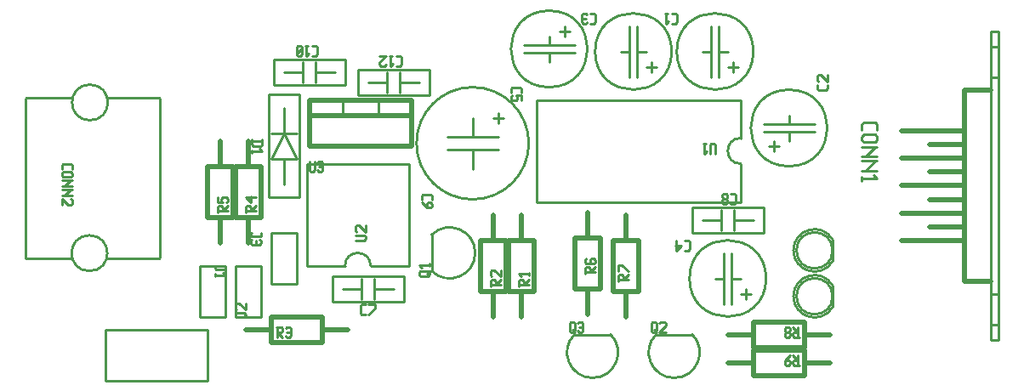
<source format=gbr>
G04 start of page 8 for group -4079 idx -4079
G04 Title: (unknown), topsilk *
G04 Creator: pcb 20080202 *
G04 CreationDate: Mi 16 Sep 2009 19:53:06 GMT UTC *
G04 For: stettberger *
G04 Format: Gerber/RS-274X *
G04 PCB-Dimensions: 382677 150394 *
G04 PCB-Coordinate-Origin: lower left *
%MOIN*%
%FSLAX24Y24*%
%LNFRONTSILK*%
%ADD12C,0.0200*%
%ADD13C,0.0100*%
G54D13*X16000Y6139D02*Y4739D01*
X15992Y4732D02*G75*G03X15992Y6146I707J707D01*G01*
X13900Y11439D02*Y10839D01*
X12500Y11439D02*Y10839D01*
G54D12*X15200Y9639D02*X11200D01*
Y11439D02*X15200D01*
Y10839D02*X11200D01*
X15200Y11439D02*Y9639D01*
X11200D02*Y11439D01*
G54D13*X11100Y4939D02*X12600D01*
X13600D02*X15100D01*
X11100Y8939D02*Y4939D01*
Y8939D02*X15100D01*
Y4939D01*
X13600D02*G75*G03X12600Y4939I-500J0D01*G01*
X13750Y4039D02*X14500D01*
X13750Y4439D02*Y3639D01*
X13250Y4439D02*Y3639D01*
X12500Y4039D02*X13250D01*
X12100Y4539D02*Y3539D01*
X14900D01*
Y4539D02*Y3539D01*
X12100Y4539D02*X14900D01*
X7200Y2439D02*Y439D01*
X3200Y2439D02*Y439D01*
X7200D01*
X3200Y2439D02*X7200D01*
G54D12*X11700D02*X12700D01*
X8700D02*X9700D01*
Y2939D02*Y1939D01*
X11700D01*
Y2939D02*Y1939D01*
X9700Y2939D02*X11700D01*
G54D13*X13500Y12139D02*X14250D01*
Y12539D02*Y11739D01*
X14750Y12539D02*Y11739D01*
Y12139D02*X15500D01*
X15900Y12639D02*Y11639D01*
X13100Y12639D02*X15900D01*
X13100D02*Y11639D01*
X15900D01*
X10200Y12539D02*X10950D01*
Y12939D02*Y12139D01*
X11450Y12939D02*Y12139D01*
Y12539D02*X12200D01*
X12600Y13039D02*Y12039D01*
X9800Y13039D02*X12600D01*
X9800D02*Y12039D01*
X12600D01*
G54D12*X7700Y9839D02*Y8839D01*
Y6839D02*Y5839D01*
X7200Y6839D02*X8200D01*
Y8839D02*Y6839D01*
X7200Y8839D02*X8200D01*
X7200D02*Y6839D01*
G54D13*X10800Y11669D02*Y7609D01*
X9600D02*X10800D01*
X9600Y11669D02*Y7609D01*
Y11669D02*X10800D01*
X9700Y10139D02*X10700D01*
X9700Y9139D02*X10200Y10139D01*
X9700Y9139D02*X10700D01*
X10200Y10139D02*X10700Y9139D01*
X10200D02*Y8139D01*
Y11139D02*Y10139D01*
G54D12*X8800Y9839D02*Y8839D01*
Y6839D02*Y5839D01*
X8300Y6839D02*X9300D01*
Y8839D02*Y6839D01*
X8300Y8839D02*X9300D01*
X8300D02*Y6839D01*
G54D13*Y2939D02*X9300D01*
X8300Y4939D02*X9300D01*
X8300D02*Y2939D01*
X9300Y4939D02*Y2939D01*
X9700Y4239D02*X10700D01*
X9700Y6239D02*X10700D01*
X9700D02*Y4239D01*
X10700Y6239D02*Y4239D01*
X5326Y11529D02*X5350Y11505D01*
Y5253D01*
X82Y11505D02*Y5253D01*
Y11505D02*X106Y11529D01*
X1882D01*
X3282D02*X5326D01*
X82Y5229D02*X1882D01*
X3282D02*X5326D01*
X5350Y5253D01*
X2600Y12039D02*G75*G03X2600Y12039I0J-700D01*G01*
X2582Y6129D02*G75*G03X2582Y6129I0J-700D01*G01*
X18400Y10739D02*X18800D01*
X18600Y10939D02*Y10539D01*
X17600Y9489D02*Y8739D01*
X16600Y9489D02*X18600D01*
X16600Y9989D02*X18600D01*
X17600Y10739D02*Y9989D01*
Y11939D02*G75*G03X17600Y11939I0J-2200D01*G01*
X6900Y4939D02*X7900D01*
X6900Y2939D02*X7900D01*
Y4939D02*Y2939D01*
X6900Y4939D02*Y2939D01*
G54D12*X28600Y639D02*X30600D01*
X28600Y1639D02*Y639D01*
Y1639D02*X30600D01*
Y639D01*
Y1139D02*X31600D01*
X27600D02*X28600D01*
G54D13*X24800Y2239D02*X26200D01*
X24792Y2246D02*G75*G03X26207Y2246I707J-707D01*G01*
G54D12*X28600Y1739D02*X30600D01*
X28600Y2739D02*Y1739D01*
Y2739D02*X30600D01*
Y1739D01*
Y2239D02*X31600D01*
X27600D02*X28600D01*
X18400Y6939D02*Y5939D01*
Y3939D02*Y2939D01*
X17900Y3939D02*X18900D01*
Y5939D02*Y3939D01*
X17900Y5939D02*X18900D01*
X17900D02*Y3939D01*
X21600Y6039D02*Y4039D01*
Y6039D02*X22600D01*
Y4039D01*
X21600D02*X22600D01*
X22100D02*Y3039D01*
Y7039D02*Y6039D01*
G54D13*X21600Y2239D02*X23000D01*
X21592Y2246D02*G75*G03X23007Y2246I707J-707D01*G01*
G54D12*X23100Y5939D02*Y3939D01*
Y5939D02*X24100D01*
Y3939D01*
X23100D02*X24100D01*
X23600D02*Y2939D01*
Y6939D02*Y5939D01*
X19500Y6939D02*Y5939D01*
Y3939D02*Y2939D01*
X19000Y3939D02*X20000D01*
Y5939D02*Y3939D01*
X19000Y5939D02*X20000D01*
X19000D02*Y3939D01*
G54D13*X24600Y12939D02*Y12539D01*
X24400Y12739D02*X24800D01*
X23400Y13339D02*X23750D01*
Y14339D02*Y12339D01*
X24050Y14339D02*Y12339D01*
Y13339D02*X24400D01*
X25400D02*G75*G03X25400Y13339I-1500J0D01*G01*
X21000Y14139D02*X21400D01*
X21200Y14339D02*Y13939D01*
X20600Y13289D02*Y12939D01*
X19600Y13289D02*X21600D01*
X19600Y13589D02*X21600D01*
X20600Y13939D02*Y13589D01*
Y14939D02*G75*G03X20600Y14939I0J-1500D01*G01*
X27800Y12939D02*Y12539D01*
X27600Y12739D02*X28000D01*
X26600Y13339D02*X26950D01*
Y14339D02*Y12339D01*
X27250Y14339D02*Y12339D01*
Y13339D02*X27600D01*
X28600D02*G75*G03X28600Y13339I-1500J0D01*G01*
X37910Y2019D02*X38210D01*
X37910Y14139D02*Y2019D01*
Y14139D02*X38210D01*
Y2019D01*
X37910Y2619D02*X38210D01*
X37910Y3819D02*X38210D01*
X37910Y13539D02*X38210D01*
X37910Y12339D02*X38210D01*
G54D12*X36860Y4319D02*X37910D01*
X36860Y11839D02*Y4319D01*
Y11839D02*X37910D01*
G54D13*Y4319D01*
G54D12*X34400Y10239D02*X36860D01*
X34400Y9159D02*X36860D01*
X34400Y8079D02*X36860D01*
X34400Y6999D02*X36860D01*
X34400Y5919D02*X36860D01*
X35520Y9699D02*X36860D01*
X35520Y8619D02*X36860D01*
X35520Y7539D02*X36860D01*
X35520Y6459D02*X36860D01*
G54D13*X28100Y8939D02*Y7439D01*
Y11439D02*Y9939D01*
X20100Y7439D02*X28100D01*
X20100Y11439D02*Y7439D01*
Y11439D02*X28100D01*
Y9939D02*G75*G03X28100Y8939I0J-500D01*G01*
X29200Y9639D02*X29600D01*
X29400Y9839D02*Y9439D01*
X30000Y10839D02*Y10489D01*
X29000D02*X31000D01*
X29000Y10189D02*X31000D01*
X30000D02*Y9839D01*
Y8839D02*G75*G03X30000Y8839I0J1500D01*G01*
X26600Y6739D02*X27350D01*
Y7139D02*Y6339D01*
X27850Y7139D02*Y6339D01*
Y6739D02*X28600D01*
X29000Y7239D02*Y6239D01*
X26200Y7239D02*X29000D01*
X26200D02*Y6239D01*
X29000D01*
X31720Y4147D02*Y3331D01*
X31708Y3739D02*G75*G03X31708Y3739I-708J0D01*G01*
X31717Y4153D02*G75*G03X31717Y3325I-717J-414D01*G01*
X28300Y4039D02*Y3639D01*
X28100Y3839D02*X28500D01*
X27100Y4439D02*X27450D01*
Y5439D02*Y3439D01*
X27750Y5439D02*Y3439D01*
Y4439D02*X28100D01*
X29100D02*G75*G03X29100Y4439I-1500J0D01*G01*
X31720Y5947D02*Y5131D01*
X31708Y5539D02*G75*G03X31708Y5539I-708J0D01*G01*
X31717Y5953D02*G75*G03X31717Y5125I-717J-414D01*G01*
X15550Y4539D02*X15850D01*
X15550D02*X15500Y4589D01*
Y4689D02*Y4589D01*
Y4689D02*X15550Y4739D01*
X15850D01*
X15900Y4689D02*X15850Y4739D01*
X15900Y4689D02*Y4589D01*
X15850Y4539D02*X15900Y4589D01*
X15800Y4639D02*X15900Y4739D01*
Y5009D02*Y4909D01*
X15500Y4959D02*X15900D01*
X15600Y4859D02*X15500Y4959D01*
X13000Y5939D02*X13350D01*
X13400Y5989D01*
Y6089D02*Y5989D01*
Y6089D02*X13350Y6139D01*
X13000D02*X13350D01*
X13050Y6259D02*X13000Y6309D01*
Y6459D02*Y6309D01*
Y6459D02*X13050Y6509D01*
X13150D01*
X13400Y6259D02*X13150Y6509D01*
X13400D02*Y6259D01*
X9900Y2539D02*X10100D01*
X10150Y2489D01*
Y2389D01*
X10100Y2339D02*X10150Y2389D01*
X9950Y2339D02*X10100D01*
X9950Y2539D02*Y2139D01*
Y2339D02*X10150Y2139D01*
X10270Y2489D02*X10320Y2539D01*
X10420D01*
X10470Y2489D01*
Y2189D01*
X10420Y2139D02*X10470Y2189D01*
X10320Y2139D02*X10420D01*
X10270Y2189D02*X10320Y2139D01*
Y2339D02*X10470D01*
X14600Y13169D02*X14750D01*
X14800Y13119D02*X14750Y13169D01*
X14800Y13119D02*Y12819D01*
X14750Y12769D01*
X14600D02*X14750D01*
X14329Y13169D02*X14429D01*
X14379D02*Y12769D01*
X14479Y12869D02*X14379Y12769D01*
X14209Y12819D02*X14159Y12769D01*
X14009D02*X14159D01*
X14009D02*X13959Y12819D01*
Y12919D02*Y12819D01*
X14209Y13169D02*X13959Y12919D01*
Y13169D02*X14209D01*
X11300Y13569D02*X11450D01*
X11500Y13519D02*X11450Y13569D01*
X11500Y13519D02*Y13219D01*
X11450Y13169D01*
X11300D02*X11450D01*
X11029Y13569D02*X11129D01*
X11079D02*Y13169D01*
X11179Y13269D02*X11079Y13169D01*
X10909Y13519D02*X10859Y13569D01*
X10909Y13519D02*Y13219D01*
X10859Y13169D01*
X10759D02*X10859D01*
X10759D02*X10709Y13219D01*
Y13519D02*Y13219D01*
X10759Y13569D02*X10709Y13519D01*
X10759Y13569D02*X10859D01*
X10909Y13469D02*X10709Y13269D01*
X7600Y7239D02*Y7039D01*
Y7239D02*X7650Y7289D01*
X7750D01*
X7800Y7239D02*X7750Y7289D01*
X7800Y7239D02*Y7089D01*
X7600D02*X8000D01*
X7800D02*X8000Y7289D01*
X7600Y7609D02*Y7409D01*
X7800D01*
X7750Y7459D01*
Y7559D02*Y7459D01*
Y7559D02*X7800Y7609D01*
X7950D01*
X8000Y7559D02*X7950Y7609D01*
X8000Y7559D02*Y7459D01*
X7950Y7409D02*X8000Y7459D01*
X11200Y9039D02*Y8689D01*
X11250Y8639D01*
X11350D01*
X11400Y8689D01*
Y9039D02*Y8689D01*
X11520Y8989D02*X11570Y9039D01*
X11670D01*
X11720Y8989D01*
Y8689D01*
X11670Y8639D02*X11720Y8689D01*
X11570Y8639D02*X11670D01*
X11520Y8689D02*X11570Y8639D01*
Y8839D02*X11720D01*
X8950Y9839D02*X9350D01*
Y9689D02*X9300Y9639D01*
X9000D02*X9300D01*
X8950Y9689D02*X9000Y9639D01*
X8950Y9889D02*Y9689D01*
X9350Y9889D02*Y9689D01*
X8950Y9469D02*Y9369D01*
Y9419D02*X9350D01*
X9250Y9519D02*X9350Y9419D01*
X8700Y7239D02*Y7039D01*
Y7239D02*X8750Y7289D01*
X8850D01*
X8900Y7239D02*X8850Y7289D01*
X8900Y7239D02*Y7089D01*
X8700D02*X9100D01*
X8900D02*X9100Y7289D01*
X8900Y7409D02*X8700Y7609D01*
X8900Y7659D02*Y7409D01*
X8700Y7609D02*X9100D01*
X7900Y4939D02*Y4789D01*
X7550D02*X7900D01*
X7500Y4839D02*X7550Y4789D01*
X7500Y4889D02*Y4839D01*
X7550Y4939D02*X7500Y4889D01*
Y4619D02*Y4519D01*
Y4569D02*X7900D01*
X7800Y4669D02*X7900Y4569D01*
X9300Y6239D02*Y6089D01*
X8950D02*X9300D01*
X8900Y6139D02*X8950Y6089D01*
X8900Y6189D02*Y6139D01*
X8950Y6239D02*X8900Y6189D01*
X9250Y5969D02*X9300Y5919D01*
Y5819D01*
X9250Y5769D01*
X8950D02*X9250D01*
X8900Y5819D02*X8950Y5769D01*
X8900Y5919D02*Y5819D01*
X8950Y5969D02*X8900Y5919D01*
X9100D02*Y5769D01*
X15600Y7689D02*Y7539D01*
X15650Y7739D02*X15600Y7689D01*
X15650Y7739D02*X15950D01*
X16000Y7689D01*
Y7539D01*
X15600Y7419D02*X15800Y7219D01*
X15950D01*
X16000Y7269D02*X15950Y7219D01*
X16000Y7369D02*Y7269D01*
X15950Y7419D02*X16000Y7369D01*
X15850Y7419D02*X15950D01*
X15850D02*X15800Y7369D01*
Y7219D01*
X1500Y8889D02*Y8739D01*
X1550Y8939D02*X1500Y8889D01*
X1550Y8939D02*X1850D01*
X1900Y8889D01*
Y8739D01*
X1550Y8619D02*X1850D01*
X1900Y8569D01*
Y8469D01*
X1850Y8419D01*
X1550D02*X1850D01*
X1500Y8469D02*X1550Y8419D01*
X1500Y8569D02*Y8469D01*
X1550Y8619D02*X1500Y8569D01*
Y8299D02*X1900D01*
X1850D02*X1900D01*
X1850D02*X1600Y8049D01*
X1500D02*X1900D01*
X1500Y7929D02*X1900D01*
X1850D02*X1900D01*
X1850D02*X1600Y7679D01*
X1500D02*X1900D01*
X1850Y7559D02*X1900Y7509D01*
Y7359D01*
X1850Y7309D01*
X1750D02*X1850D01*
X1500Y7559D02*X1750Y7309D01*
X1500Y7559D02*Y7309D01*
X8300Y3089D02*Y2939D01*
Y3089D02*X8650D01*
X8700Y3039D02*X8650Y3089D01*
X8700Y3039D02*Y2989D01*
X8650Y2939D02*X8700Y2989D01*
X8350Y3209D02*X8300Y3259D01*
Y3409D02*Y3259D01*
Y3409D02*X8350Y3459D01*
X8450D01*
X8700Y3209D02*X8450Y3459D01*
X8700D02*Y3209D01*
X13250Y3009D02*X13400D01*
X13200Y3059D02*X13250Y3009D01*
X13200Y3359D02*Y3059D01*
Y3359D02*X13250Y3409D01*
X13400D01*
X13520Y3009D02*X13770Y3259D01*
Y3409D02*Y3259D01*
X13520Y3409D02*X13770D01*
X30200Y1039D02*X30400D01*
X30200D02*X30150Y1089D01*
Y1189D02*Y1089D01*
X30200Y1239D02*X30150Y1189D01*
X30200Y1239D02*X30350D01*
Y1439D02*Y1039D01*
Y1239D02*X30150Y1439D01*
X30029D02*X29829Y1239D01*
Y1089D01*
X29879Y1039D02*X29829Y1089D01*
X29879Y1039D02*X29979D01*
X30029Y1089D02*X29979Y1039D01*
X30029Y1189D02*Y1089D01*
Y1189D02*X29979Y1239D01*
X29829D02*X29979D01*
X27700Y7769D02*X27850D01*
X27900Y7719D02*X27850Y7769D01*
X27900Y7719D02*Y7419D01*
X27850Y7369D01*
X27700D02*X27850D01*
X27579Y7719D02*X27529Y7769D01*
X27579Y7719D02*Y7619D01*
X27529Y7569D01*
X27429D02*X27529D01*
X27429D02*X27379Y7619D01*
Y7719D02*Y7619D01*
X27429Y7769D02*X27379Y7719D01*
X27429Y7769D02*X27529D01*
X27579Y7519D02*X27529Y7569D01*
X27579Y7519D02*Y7419D01*
X27529Y7369D01*
X27429D02*X27529D01*
X27429D02*X27379Y7419D01*
Y7519D02*Y7419D01*
X27429Y7569D02*X27379Y7519D01*
X30200Y2139D02*X30400D01*
X30200D02*X30150Y2189D01*
Y2289D02*Y2189D01*
X30200Y2339D02*X30150Y2289D01*
X30200Y2339D02*X30350D01*
Y2539D02*Y2139D01*
Y2339D02*X30150Y2539D01*
X30029Y2489D02*X29979Y2539D01*
X30029Y2489D02*Y2389D01*
X29979Y2339D01*
X29879D02*X29979D01*
X29879D02*X29829Y2389D01*
Y2489D02*Y2389D01*
X29879Y2539D02*X29829Y2489D01*
X29879Y2539D02*X29979D01*
X30029Y2289D02*X29979Y2339D01*
X30029Y2289D02*Y2189D01*
X29979Y2139D01*
X29879D02*X29979D01*
X29879D02*X29829Y2189D01*
Y2289D02*Y2189D01*
X29879Y2339D02*X29829Y2289D01*
X18300Y4339D02*Y4139D01*
Y4339D02*X18350Y4389D01*
X18450D01*
X18500Y4339D02*X18450Y4389D01*
X18500Y4339D02*Y4189D01*
X18300D02*X18700D01*
X18500D02*X18700Y4389D01*
X18350Y4509D02*X18300Y4559D01*
Y4709D02*Y4559D01*
Y4709D02*X18350Y4759D01*
X18450D01*
X18700Y4509D02*X18450Y4759D01*
X18700D02*Y4509D01*
X19100Y11889D02*Y11739D01*
X19150Y11939D02*X19100Y11889D01*
X19150Y11939D02*X19450D01*
X19500Y11889D01*
Y11739D01*
Y11619D02*Y11419D01*
X19300Y11619D02*X19500D01*
X19300D02*X19350Y11569D01*
Y11469D01*
X19300Y11419D01*
X19150D02*X19300D01*
X19100Y11469D02*X19150Y11419D01*
X19100Y11569D02*Y11469D01*
X19150Y11619D02*X19100Y11569D01*
X19400Y4339D02*Y4139D01*
Y4339D02*X19450Y4389D01*
X19550D01*
X19600Y4339D02*X19550Y4389D01*
X19600Y4339D02*Y4189D01*
X19400D02*X19800D01*
X19600D02*X19800Y4389D01*
Y4659D02*Y4559D01*
X19400Y4609D02*X19800D01*
X19500Y4509D02*X19400Y4609D01*
X22000Y4839D02*Y4639D01*
Y4839D02*X22050Y4889D01*
X22150D01*
X22200Y4839D02*X22150Y4889D01*
X22200Y4839D02*Y4689D01*
X22000D02*X22400D01*
X22200D02*X22400Y4889D01*
X22000Y5159D02*X22050Y5209D01*
X22000Y5159D02*Y5059D01*
X22050Y5009D02*X22000Y5059D01*
X22050Y5009D02*X22350D01*
X22400Y5059D01*
X22200Y5159D02*X22250Y5209D01*
X22200Y5159D02*Y5009D01*
X22400Y5159D02*Y5059D01*
Y5159D02*X22350Y5209D01*
X22250D02*X22350D01*
X25900Y5939D02*X26050D01*
X26100Y5889D02*X26050Y5939D01*
X26100Y5889D02*Y5589D01*
X26050Y5539D01*
X25900D02*X26050D01*
X25779Y5739D02*X25579Y5539D01*
X25529Y5739D02*X25779D01*
X25579Y5939D02*Y5539D01*
X24600Y2689D02*Y2389D01*
Y2689D02*X24650Y2739D01*
X24750D01*
X24800Y2689D01*
Y2389D01*
X24750Y2339D02*X24800Y2389D01*
X24650Y2339D02*X24750D01*
X24600Y2389D02*X24650Y2339D01*
X24700Y2439D02*X24800Y2339D01*
X24920Y2689D02*X24970Y2739D01*
X25120D01*
X25170Y2689D01*
Y2589D01*
X24920Y2339D02*X25170Y2589D01*
X24920Y2339D02*X25170D01*
X21400Y2689D02*Y2389D01*
Y2689D02*X21450Y2739D01*
X21550D01*
X21600Y2689D01*
Y2389D01*
X21550Y2339D02*X21600Y2389D01*
X21450Y2339D02*X21550D01*
X21400Y2389D02*X21450Y2339D01*
X21500Y2439D02*X21600Y2339D01*
X21720Y2689D02*X21770Y2739D01*
X21870D01*
X21920Y2689D01*
Y2389D01*
X21870Y2339D02*X21920Y2389D01*
X21770Y2339D02*X21870D01*
X21720Y2389D02*X21770Y2339D01*
Y2539D02*X21920D01*
X23300Y4539D02*Y4339D01*
Y4539D02*X23350Y4589D01*
X23450D01*
X23500Y4539D02*X23450Y4589D01*
X23500Y4539D02*Y4389D01*
X23300D02*X23700D01*
X23500D02*X23700Y4589D01*
Y4709D02*X23450Y4959D01*
X23300D02*X23450D01*
X23300D02*Y4709D01*
X22200Y14839D02*X22350D01*
X22400Y14789D02*X22350Y14839D01*
X22400Y14789D02*Y14489D01*
X22350Y14439D01*
X22200D02*X22350D01*
X22079Y14489D02*X22029Y14439D01*
X21929D02*X22029D01*
X21929D02*X21879Y14489D01*
Y14789D02*Y14489D01*
X21929Y14839D02*X21879Y14789D01*
X21929Y14839D02*X22029D01*
X22079Y14789D02*X22029Y14839D01*
X21879Y14639D02*X22029D01*
X25400Y14839D02*X25550D01*
X25600Y14789D02*X25550Y14839D01*
X25600Y14789D02*Y14489D01*
X25550Y14439D01*
X25400D02*X25550D01*
X25129Y14839D02*X25229D01*
X25179D02*Y14439D01*
X25279Y14539D02*X25179Y14439D01*
X32858Y10487D02*Y10262D01*
X32933Y10562D02*X32858Y10487D01*
X32933Y10562D02*X33383D01*
X33458Y10487D01*
Y10262D01*
X32933Y10081D02*X33383D01*
X33458Y10006D01*
Y9856D01*
X33383Y9781D01*
X32933D02*X33383D01*
X32858Y9856D02*X32933Y9781D01*
X32858Y10006D02*Y9856D01*
X32933Y10081D02*X32858Y10006D01*
Y9601D02*X33458D01*
X33383D02*X33458D01*
X33383D02*X33008Y9226D01*
X32858D02*X33458D01*
X32858Y9046D02*X33458D01*
X33383D02*X33458D01*
X33383D02*X33008Y8671D01*
X32858D02*X33458D01*
X32858Y8416D02*Y8266D01*
Y8341D02*X33458D01*
X33308Y8491D02*X33458Y8341D01*
X31500Y12039D02*Y11889D01*
X31450Y11839D02*X31500Y11889D01*
X31150Y11839D02*X31450D01*
X31150D02*X31100Y11889D01*
Y12039D02*Y11889D01*
X31150Y12159D02*X31100Y12209D01*
Y12359D02*Y12209D01*
Y12359D02*X31150Y12409D01*
X31250D01*
X31500Y12159D02*X31250Y12409D01*
X31500D02*Y12159D01*
X27100Y9689D02*Y9339D01*
Y9689D02*X27050Y9739D01*
X26950D02*X27050D01*
X26950D02*X26900Y9689D01*
Y9339D01*
X26629Y9739D02*X26729D01*
X26679D02*Y9339D01*
X26779Y9439D02*X26679Y9339D01*
M02*

</source>
